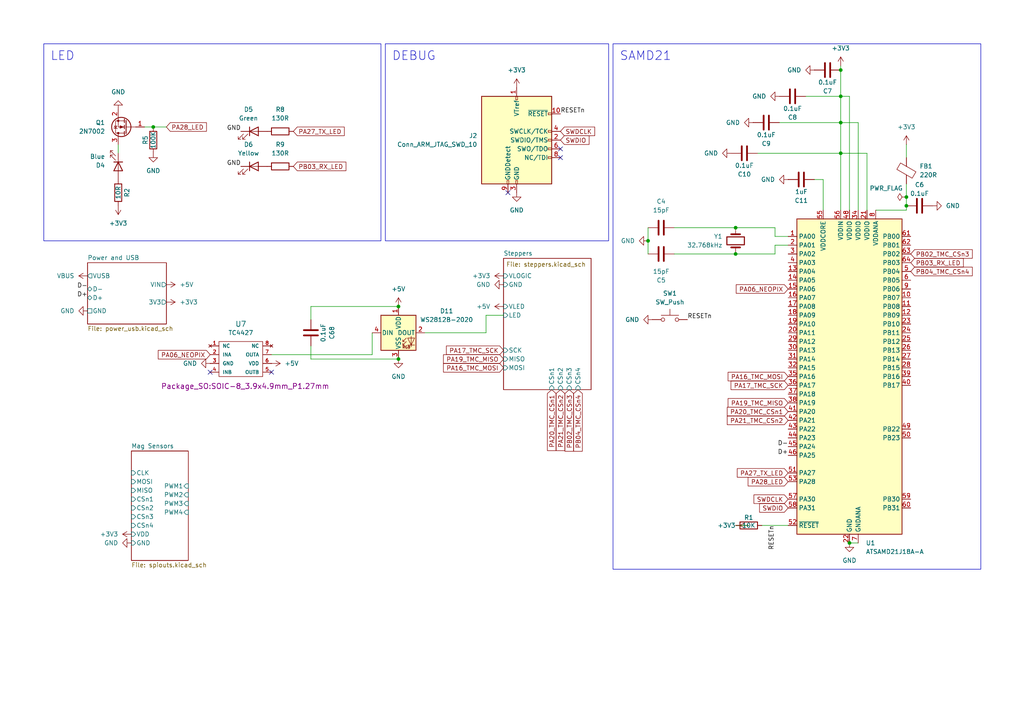
<source format=kicad_sch>
(kicad_sch (version 20231120) (generator "eeschema") (generator_version "8.0")
  (paper "A4")
  (lib_symbols
    (symbol "Connector:Conn_ARM_JTAG_SWD_10" (pin_names (offset 1.016))
      (property "Reference" "J" (at -2.54 16.51 0))
      (property "Value" "Conn_ARM_JTAG_SWD_10" (at -2.54 13.97 0))
      (symbol "Conn_ARM_JTAG_SWD_10_0_1"
        (rectangle (start -10.16 12.7) (end 10.16 -12.7) (stroke (width 0.254)) (fill (type background)))
        (rectangle (start -2.794 -12.7) (end -2.286 -11.684))
        (rectangle (start -0.254 -12.7) (end 0.254 -11.684))
        (rectangle (start -0.254 12.7) (end 0.254 11.684))
        (rectangle (start 9.144 2.286) (end 10.16 2.794))
        (rectangle (start 10.16 -2.794) (end 9.144 -2.286))
        (rectangle (start 10.16 -0.254) (end 9.144 0.254))
        (rectangle (start 10.16 7.874) (end 9.144 7.366))
      )
      (symbol "Conn_ARM_JTAG_SWD_10_1_1"
        (rectangle (start 9.144 -5.334) (end 10.16 -4.826))
        (pin power_in line (at 0 15.24 270) (length 2.54) (name "VTref") (number "1"))
        (pin open_collector line (at 12.7 7.62 180) (length 2.54) (name "~{RESET}") (number "10"))
        (pin bidirectional line (at 12.7 0 180) (length 2.54) (name "SWDIO/TMS") (number "2"))
        (pin power_in line (at 0 -15.24 90) (length 2.54) (name "GND") (number "3"))
        (pin output line (at 12.7 2.54 180) (length 2.54) (name "SWCLK/TCK") (number "4"))
        (pin passive line (at 0 -15.24 90) (length 2.54) hide (name "GND") (number "5"))
        (pin input line (at 12.7 -2.54 180) (length 2.54) (name "SWO/TDO") (number "6"))
        (pin no_connect line (at -10.16 0 0) (length 2.54) hide (name "KEY") (number "7"))
        (pin output line (at 12.7 -5.08 180) (length 2.54) (name "NC/TDI") (number "8"))
        (pin passive line (at -2.54 -15.24 90) (length 2.54) (name "GNDDetect") (number "9"))
      )
    )
    (symbol "Device:C" (pin_numbers hide) (pin_names (offset 0.254))
      (property "Reference" "C" (at 0.635 2.54 0))
      (property "Value" "C" (at 0.635 -2.54 0))
      (symbol "C_0_1"
        (polyline (pts (xy -2.032 -0.762) (xy 2.032 -0.762)) (stroke (width 0.508)))
        (polyline (pts (xy -2.032 0.762) (xy 2.032 0.762)) (stroke (width 0.508)))
      )
      (symbol "C_1_1"
        (pin passive line (at 0 3.81 270) (length 2.794) (name "~") (number "1"))
        (pin passive line (at 0 -3.81 90) (length 2.794) (name "~") (number "2"))
      )
    )
    (symbol "Device:Crystal" (pin_numbers hide) (pin_names (offset 1.016) hide)
      (property "Reference" "Y" (at 0 3.81 0))
      (property "Value" "Crystal" (at 0 -3.81 0))
      (symbol "Crystal_0_1"
        (rectangle (start -1.143 2.54) (end 1.143 -2.54) (stroke (width 0.3048)))
        (polyline (pts (xy -2.54 0) (xy -1.905 0)))
        (polyline (pts (xy -1.905 -1.27) (xy -1.905 1.27)) (stroke (width 0.508)))
        (polyline (pts (xy 1.905 -1.27) (xy 1.905 1.27)) (stroke (width 0.508)))
        (polyline (pts (xy 2.54 0) (xy 1.905 0)))
      )
      (symbol "Crystal_1_1"
        (pin passive line (at -3.81 0 0) (length 1.27) (name "1") (number "1"))
        (pin passive line (at 3.81 0 180) (length 1.27) (name "2") (number "2"))
      )
    )
    (symbol "Device:FerriteBead" (pin_numbers hide) (pin_names (offset 0))
      (property "Reference" "FB" (at -3.81 0.635 90))
      (property "Value" "FerriteBead" (at 3.81 0 90))
      (symbol "FerriteBead_0_1"
        (polyline (pts (xy 0 -1.27) (xy 0 -1.2192)))
        (polyline (pts (xy 0 1.27) (xy 0 1.2954)))
        (polyline (pts (xy -2.7686 0.4064) (xy -1.7018 2.2606) (xy 2.7686 -0.3048) (xy 1.6764 -2.159) (xy -2.7686 0.4064)))
      )
      (symbol "FerriteBead_1_1"
        (pin passive line (at 0 3.81 270) (length 2.54) (name "~") (number "1"))
        (pin passive line (at 0 -3.81 90) (length 2.54) (name "~") (number "2"))
      )
    )
    (symbol "Device:LED" (pin_numbers hide) (pin_names (offset 1.016) hide)
      (property "Reference" "D" (at 0 2.54 0))
      (property "Value" "LED" (at 0 -2.54 0))
      (symbol "LED_0_1"
        (polyline (pts (xy -1.27 -1.27) (xy -1.27 1.27)) (stroke (width 0.254)))
        (polyline (pts (xy -1.27 0) (xy 1.27 0)))
        (polyline (pts (xy 1.27 -1.27) (xy 1.27 1.27) (xy -1.27 0) (xy 1.27 -1.27)) (stroke (width 0.254)))
        (polyline (pts (xy -3.048 -0.762) (xy -4.572 -2.286) (xy -3.81 -2.286) (xy -4.572 -2.286) (xy -4.572 -1.524)))
        (polyline (pts (xy -1.778 -0.762) (xy -3.302 -2.286) (xy -2.54 -2.286) (xy -3.302 -2.286) (xy -3.302 -1.524)))
      )
      (symbol "LED_1_1"
        (pin passive line (at -3.81 0 0) (length 2.54) (name "K") (number "1"))
        (pin passive line (at 3.81 0 180) (length 2.54) (name "A") (number "2"))
      )
    )
    (symbol "Device:R" (pin_numbers hide) (pin_names (offset 0))
      (property "Reference" "R" (at 2.032 0 90))
      (property "Value" "R" (at 0 0 90))
      (symbol "R_0_1"
        (rectangle (start -1.016 -2.54) (end 1.016 2.54) (stroke (width 0.254)))
      )
      (symbol "R_1_1"
        (pin passive line (at 0 3.81 270) (length 1.27) (name "~") (number "1"))
        (pin passive line (at 0 -3.81 90) (length 1.27) (name "~") (number "2"))
      )
    )
    (symbol "Driver_FET2:TC4427" (pin_names (offset 1.016))
      (property "Reference" "U" (at 0 6.35 0))
      (property "Value" "TC4427" (at 0 -6.35 0))
      (symbol "TC4427_0_1"
        (rectangle (start -6.35 5.08) (end 6.35 -5.08))
      )
      (symbol "TC4427_1_1"
        (pin no_connect line (at -8.89 3.81 0) (length 2.54) (name "NC") (number "1"))
        (pin input line (at -8.89 1.27 0) (length 2.54) (name "INA") (number "2"))
        (pin power_in line (at -8.89 -1.27 0) (length 2.54) (name "GND") (number "3"))
        (pin input line (at -8.89 -3.81 0) (length 2.54) (name "INB") (number "4"))
        (pin output line (at 8.89 -3.81 180) (length 2.54) (name "OUTB") (number "5"))
        (pin power_in line (at 8.89 -1.27 180) (length 2.54) (name "VDD") (number "6"))
        (pin output line (at 8.89 1.27 180) (length 2.54) (name "OUTA") (number "7"))
        (pin no_connect line (at 8.89 3.81 180) (length 2.54) (name "NC") (number "8"))
      )
    )
    (symbol "LED:WS2812B" (pin_names (offset 0.254))
      (property "Reference" "D" (at 5.08 5.715 0))
      (property "Value" "WS2812B" (at 1.27 -5.715 0))
      (symbol "WS2812B_0_0"
        (text "RGB" (at 2.286 -4.191 0) (effects (font (size 0.762 0.762))))
      )
      (symbol "WS2812B_0_1"
        (polyline (pts (xy 1.27 -3.556) (xy 1.778 -3.556)))
        (polyline (pts (xy 1.27 -2.54) (xy 1.778 -2.54)))
        (polyline (pts (xy 4.699 -3.556) (xy 2.667 -3.556)))
        (polyline (pts (xy 2.286 -2.54) (xy 1.27 -3.556) (xy 1.27 -3.048)))
        (polyline (pts (xy 2.286 -1.524) (xy 1.27 -2.54) (xy 1.27 -2.032)))
        (polyline (pts (xy 3.683 -1.016) (xy 3.683 -3.556) (xy 3.683 -4.064)))
        (polyline (pts (xy 4.699 -1.524) (xy 2.667 -1.524) (xy 3.683 -3.556) (xy 4.699 -1.524)))
        (rectangle (start 5.08 5.08) (end -5.08 -5.08) (stroke (width 0.254)) (fill (type background)))
      )
      (symbol "WS2812B_1_1"
        (pin power_in line (at 0 7.62 270) (length 2.54) (name "VDD") (number "1"))
        (pin output line (at 7.62 0 180) (length 2.54) (name "DOUT") (number "2"))
        (pin power_in line (at 0 -7.62 90) (length 2.54) (name "VSS") (number "3"))
        (pin input line (at -7.62 0 0) (length 2.54) (name "DIN") (number "4"))
      )
    )
    (symbol "MCU_Microchip_SAMD:ATSAMD21J18A-A"
      (property "Reference" "U" (at -13.97 46.99 0))
      (property "Value" "ATSAMD21J18A-A" (at 16.51 46.99 0))
      (symbol "ATSAMD21J18A-A_0_1"
        (rectangle (start -15.24 45.72) (end 15.24 -45.72) (stroke (width 0.254)) (fill (type background)))
      )
      (symbol "ATSAMD21J18A-A_1_1"
        (pin bidirectional line (at -17.78 40.64 0) (length 2.54) (name "PA00") (number "1"))
        (pin bidirectional line (at 17.78 22.86 180) (length 2.54) (name "PB07") (number "10"))
        (pin bidirectional line (at 17.78 20.32 180) (length 2.54) (name "PB08") (number "11"))
        (pin bidirectional line (at 17.78 17.78 180) (length 2.54) (name "PB09") (number "12"))
        (pin bidirectional line (at -17.78 30.48 0) (length 2.54) (name "PA04") (number "13"))
        (pin bidirectional line (at -17.78 27.94 0) (length 2.54) (name "PA05") (number "14"))
        (pin bidirectional line (at -17.78 25.4 0) (length 2.54) (name "PA06") (number "15"))
        (pin bidirectional line (at -17.78 22.86 0) (length 2.54) (name "PA07") (number "16"))
        (pin bidirectional line (at -17.78 20.32 0) (length 2.54) (name "PA08") (number "17"))
        (pin bidirectional line (at -17.78 17.78 0) (length 2.54) (name "PA09") (number "18"))
        (pin bidirectional line (at -17.78 15.24 0) (length 2.54) (name "PA10") (number "19"))
        (pin bidirectional line (at -17.78 38.1 0) (length 2.54) (name "PA01") (number "2"))
        (pin bidirectional line (at -17.78 12.7 0) (length 2.54) (name "PA11") (number "20"))
        (pin power_in line (at 5.08 48.26 270) (length 2.54) (name "VDDIO") (number "21"))
        (pin power_in line (at 0 -48.26 90) (length 2.54) (name "GND") (number "22"))
        (pin bidirectional line (at 17.78 15.24 180) (length 2.54) (name "PB10") (number "23"))
        (pin bidirectional line (at 17.78 12.7 180) (length 2.54) (name "PB11") (number "24"))
        (pin bidirectional line (at 17.78 10.16 180) (length 2.54) (name "PB12") (number "25"))
        (pin bidirectional line (at 17.78 7.62 180) (length 2.54) (name "PB13") (number "26"))
        (pin bidirectional line (at 17.78 5.08 180) (length 2.54) (name "PB14") (number "27"))
        (pin bidirectional line (at 17.78 2.54 180) (length 2.54) (name "PB15") (number "28"))
        (pin bidirectional line (at -17.78 10.16 0) (length 2.54) (name "PA12") (number "29"))
        (pin bidirectional line (at -17.78 35.56 0) (length 2.54) (name "PA02") (number "3"))
        (pin bidirectional line (at -17.78 7.62 0) (length 2.54) (name "PA13") (number "30"))
        (pin bidirectional line (at -17.78 5.08 0) (length 2.54) (name "PA14") (number "31"))
        (pin bidirectional line (at -17.78 2.54 0) (length 2.54) (name "PA15") (number "32"))
        (pin passive line (at 0 -48.26 90) (length 2.54) hide (name "GND") (number "33"))
        (pin power_in line (at 2.54 48.26 270) (length 2.54) (name "VDDIO") (number "34"))
        (pin bidirectional line (at -17.78 0 0) (length 2.54) (name "PA16") (number "35"))
        (pin bidirectional line (at -17.78 -2.54 0) (length 2.54) (name "PA17") (number "36"))
        (pin bidirectional line (at -17.78 -5.08 0) (length 2.54) (name "PA18") (number "37"))
        (pin bidirectional line (at -17.78 -7.62 0) (length 2.54) (name "PA19") (number "38"))
        (pin bidirectional line (at 17.78 0 180) (length 2.54) (name "PB16") (number "39"))
        (pin bidirectional line (at -17.78 33.02 0) (length 2.54) (name "PA03") (number "4"))
        (pin bidirectional line (at 17.78 -2.54 180) (length 2.54) (name "PB17") (number "40"))
        (pin bidirectional line (at -17.78 -10.16 0) (length 2.54) (name "PA20") (number "41"))
        (pin bidirectional line (at -17.78 -12.7 0) (length 2.54) (name "PA21") (number "42"))
        (pin bidirectional line (at -17.78 -15.24 0) (length 2.54) (name "PA22") (number "43"))
        (pin bidirectional line (at -17.78 -17.78 0) (length 2.54) (name "PA23") (number "44"))
        (pin bidirectional line (at -17.78 -20.32 0) (length 2.54) (name "PA24") (number "45"))
        (pin bidirectional line (at -17.78 -22.86 0) (length 2.54) (name "PA25") (number "46"))
        (pin passive line (at 0 -48.26 90) (length 2.54) hide (name "GND") (number "47"))
        (pin power_in line (at 0 48.26 270) (length 2.54) (name "VDDIO") (number "48"))
        (pin bidirectional line (at 17.78 -15.24 180) (length 2.54) (name "PB22") (number "49"))
        (pin bidirectional line (at 17.78 30.48 180) (length 2.54) (name "PB04") (number "5"))
        (pin bidirectional line (at 17.78 -17.78 180) (length 2.54) (name "PB23") (number "50"))
        (pin bidirectional line (at -17.78 -27.94 0) (length 2.54) (name "PA27") (number "51"))
        (pin input line (at -17.78 -43.18 0) (length 2.54) (name "~{RESET}") (number "52"))
        (pin bidirectional line (at -17.78 -30.48 0) (length 2.54) (name "PA28") (number "53"))
        (pin passive line (at 0 -48.26 90) (length 2.54) hide (name "GND") (number "54"))
        (pin power_out line (at -7.62 48.26 270) (length 2.54) (name "VDDCORE") (number "55"))
        (pin power_in line (at -2.54 48.26 270) (length 2.54) (name "VDDIN") (number "56"))
        (pin bidirectional line (at -17.78 -35.56 0) (length 2.54) (name "PA30") (number "57"))
        (pin bidirectional line (at -17.78 -38.1 0) (length 2.54) (name "PA31") (number "58"))
        (pin bidirectional line (at 17.78 -35.56 180) (length 2.54) (name "PB30") (number "59"))
        (pin bidirectional line (at 17.78 27.94 180) (length 2.54) (name "PB05") (number "6"))
        (pin bidirectional line (at 17.78 -38.1 180) (length 2.54) (name "PB31") (number "60"))
        (pin bidirectional line (at 17.78 40.64 180) (length 2.54) (name "PB00") (number "61"))
        (pin bidirectional line (at 17.78 38.1 180) (length 2.54) (name "PB01") (number "62"))
        (pin bidirectional line (at 17.78 35.56 180) (length 2.54) (name "PB02") (number "63"))
        (pin bidirectional line (at 17.78 33.02 180) (length 2.54) (name "PB03") (number "64"))
        (pin power_in line (at 2.54 -48.26 90) (length 2.54) (name "GNDANA") (number "7"))
        (pin power_in line (at 7.62 48.26 270) (length 2.54) (name "VDDANA") (number "8"))
        (pin bidirectional line (at 17.78 25.4 180) (length 2.54) (name "PB06") (number "9"))
      )
    )
    (symbol "Switch:SW_Push" (pin_numbers hide) (pin_names (offset 1.016) hide)
      (property "Reference" "SW" (at 1.27 2.54 0))
      (property "Value" "SW_Push" (at 0 -1.524 0))
      (symbol "SW_Push_0_1"
        (circle (center -2.032 0) (radius 0.508))
        (polyline (pts (xy 0 1.27) (xy 0 3.048)))
        (polyline (pts (xy 2.54 1.27) (xy -2.54 1.27)))
        (circle (center 2.032 0) (radius 0.508))
        (pin passive line (at -5.08 0 0) (length 2.54) (name "1") (number "1"))
        (pin passive line (at 5.08 0 180) (length 2.54) (name "2") (number "2"))
      )
    )
    (symbol "Transistor_FET:2N7002" (pin_names hide)
      (property "Reference" "Q" (at 5.08 1.905 0))
      (property "Value" "2N7002" (at 5.08 0 0))
      (symbol "2N7002_0_1"
        (polyline (pts (xy 0.254 0) (xy -2.54 0)))
        (polyline (pts (xy 0.254 1.905) (xy 0.254 -1.905)) (stroke (width 0.254)))
        (polyline (pts (xy 0.762 -1.27) (xy 0.762 -2.286)) (stroke (width 0.254)))
        (polyline (pts (xy 0.762 0.508) (xy 0.762 -0.508)) (stroke (width 0.254)))
        (polyline (pts (xy 0.762 2.286) (xy 0.762 1.27)) (stroke (width 0.254)))
        (polyline (pts (xy 2.54 2.54) (xy 2.54 1.778)))
        (polyline (pts (xy 2.54 -2.54) (xy 2.54 0) (xy 0.762 0)))
        (polyline (pts (xy 0.762 -1.778) (xy 3.302 -1.778) (xy 3.302 1.778) (xy 0.762 1.778)))
        (polyline (pts (xy 1.016 0) (xy 2.032 0.381) (xy 2.032 -0.381) (xy 1.016 0)) (fill (type outline)))
        (polyline (pts (xy 2.794 0.508) (xy 2.921 0.381) (xy 3.683 0.381) (xy 3.81 0.254)))
        (polyline (pts (xy 3.302 0.381) (xy 2.921 -0.254) (xy 3.683 -0.254) (xy 3.302 0.381)))
        (circle (center 1.651 0) (radius 2.794) (stroke (width 0.254)))
        (circle (center 2.54 -1.778) (radius 0.254) (fill (type outline)))
        (circle (center 2.54 1.778) (radius 0.254) (fill (type outline)))
      )
      (symbol "2N7002_1_1"
        (pin input line (at -5.08 0 0) (length 2.54) (name "G") (number "1"))
        (pin passive line (at 2.54 -5.08 90) (length 2.54) (name "S") (number "2"))
        (pin passive line (at 2.54 5.08 270) (length 2.54) (name "D") (number "3"))
      )
    )
    (symbol "power:+3V3" (power) (pin_numbers hide) (pin_names (offset 0) hide)
      (property "Value" "+3V3" (at 0 3.556 0))
      (symbol "+3V3_0_1"
        (polyline (pts (xy -0.762 1.27) (xy 0 2.54)))
        (polyline (pts (xy 0 0) (xy 0 2.54)))
        (polyline (pts (xy 0 2.54) (xy 0.762 1.27)))
      )
      (symbol "+3V3_1_1"
        (pin power_in line (at 0 0 90) (length 0) (name "~") (number "1"))
      )
    )
    (symbol "power:+5V" (power) (pin_numbers hide) (pin_names (offset 0) hide)
      (property "Value" "+5V" (at 0 3.556 0))
      (symbol "+5V_0_1"
        (polyline (pts (xy -0.762 1.27) (xy 0 2.54)))
        (polyline (pts (xy 0 0) (xy 0 2.54)))
        (polyline (pts (xy 0 2.54) (xy 0.762 1.27)))
      )
      (symbol "+5V_1_1"
        (pin power_in line (at 0 0 90) (length 0) (name "~") (number "1"))
      )
    )
    (symbol "power:GND" (power) (pin_numbers hide) (pin_names (offset 0) hide)
      (property "Value" "GND" (at 0 -3.81 0))
      (symbol "GND_0_1"
        (polyline (pts (xy 0 0) (xy 0 -1.27) (xy 1.27 -1.27) (xy 0 -2.54) (xy -1.27 -1.27) (xy 0 -1.27)))
      )
      (symbol "GND_1_1"
        (pin power_in line (at 0 0 270) (length 0) (name "~") (number "1"))
      )
    )
    (symbol "power:PWR_FLAG" (power) (pin_numbers hide) (pin_names (offset 0) hide)
      (property "Value" "PWR_FLAG" (at 0 3.81 0))
      (symbol "PWR_FLAG_0_0"
        (pin power_out line (at 0 0 90) (length 0) (name "~") (number "1"))
      )
      (symbol "PWR_FLAG_0_1"
        (polyline (pts (xy 0 0) (xy 0 1.27) (xy -1.016 1.905) (xy 0 2.54) (xy 1.016 1.905) (xy 0 1.27)))
      )
    )
    (symbol "power:VBUS" (power) (pin_numbers hide) (pin_names (offset 0) hide)
      (property "Value" "VBUS" (at 0 3.556 0))
      (symbol "VBUS_0_1"
        (polyline (pts (xy -0.762 1.27) (xy 0 2.54)))
        (polyline (pts (xy 0 0) (xy 0 2.54)))
        (polyline (pts (xy 0 2.54) (xy 0.762 1.27)))
      )
      (symbol "VBUS_1_1"
        (pin power_in line (at 0 0 90) (length 0) (name "~") (number "1"))
      )
    )
  )
  (junction (at 213.36 73.66))
  (junction (at 262.89 57.15))
  (junction (at 246.38 157.48))
  (junction (at 243.84 35.56))
  (junction (at 213.36 66.04))
  (junction (at 243.84 44.45))
  (junction (at 44.45 36.83))
  (junction (at 115.57 88.9))
  (junction (at 262.89 59.69))
  (junction (at 243.84 27.94))
  (junction (at 243.84 20.32))
  (junction (at 115.57 104.14))
  (junction (at 187.96 69.85))
  (no_connect (at 147.32 55.88))
  (no_connect (at 60.96 107.95))
  (no_connect (at 162.56 45.72))
  (no_connect (at 162.56 43.18))
  (no_connect (at 78.74 107.95))
  (wire (pts (xy 187.96 66.04) (xy 187.96 69.85)))
  (wire (pts (xy 224.79 71.12) (xy 224.79 73.66)))
  (wire (pts (xy 238.76 52.07) (xy 238.76 60.96)))
  (wire (pts (xy 44.45 36.83) (xy 41.91 36.83)))
  (wire (pts (xy 195.58 73.66) (xy 213.36 73.66)))
  (wire (pts (xy 233.68 27.94) (xy 243.84 27.94)))
  (wire (pts (xy 213.36 152.4) (xy 217.17 152.4)))
  (wire (pts (xy 107.95 102.87) (xy 107.95 96.52)))
  (wire (pts (xy 140.97 91.44) (xy 146.05 91.44)))
  (wire (pts (xy 243.84 44.45) (xy 251.46 44.45)))
  (wire (pts (xy 251.46 60.96) (xy 251.46 44.45)))
  (wire (pts (xy 262.89 53.34) (xy 262.89 57.15)))
  (wire (pts (xy 48.26 36.83) (xy 44.45 36.83)))
  (wire (pts (xy 243.84 44.45) (xy 243.84 60.96)))
  (wire (pts (xy 262.89 45.72) (xy 262.89 41.91)))
  (wire (pts (xy 262.89 57.15) (xy 262.89 59.69)))
  (wire (pts (xy 243.84 19.05) (xy 243.84 20.32)))
  (wire (pts (xy 78.74 102.87) (xy 107.95 102.87)))
  (wire (pts (xy 123.19 96.52) (xy 140.97 96.52)))
  (wire (pts (xy 243.84 27.94) (xy 246.38 27.94)))
  (wire (pts (xy 224.79 66.04) (xy 224.79 68.58)))
  (wire (pts (xy 140.97 96.52) (xy 140.97 91.44)))
  (wire (pts (xy 248.92 60.96) (xy 248.92 35.56)))
  (wire (pts (xy 262.89 59.69) (xy 262.89 60.96)))
  (wire (pts (xy 90.17 88.9) (xy 115.57 88.9)))
  (wire (pts (xy 187.96 69.85) (xy 187.96 73.66)))
  (wire (pts (xy 213.36 73.66) (xy 224.79 73.66)))
  (wire (pts (xy 90.17 104.14) (xy 115.57 104.14)))
  (wire (pts (xy 90.17 92.71) (xy 90.17 88.9)))
  (wire (pts (xy 220.98 152.4) (xy 228.6 152.4)))
  (wire (pts (xy 236.22 52.07) (xy 238.76 52.07)))
  (wire (pts (xy 248.92 35.56) (xy 243.84 35.56)))
  (wire (pts (xy 90.17 100.33) (xy 90.17 104.14)))
  (wire (pts (xy 246.38 27.94) (xy 246.38 60.96)))
  (wire (pts (xy 262.89 60.96) (xy 254 60.96)))
  (wire (pts (xy 226.06 35.56) (xy 243.84 35.56)))
  (wire (pts (xy 34.29 44.45) (xy 34.29 41.91)))
  (wire (pts (xy 243.84 20.32) (xy 243.84 27.94)))
  (wire (pts (xy 213.36 66.04) (xy 224.79 66.04)))
  (wire (pts (xy 224.79 71.12) (xy 228.6 71.12)))
  (wire (pts (xy 219.71 44.45) (xy 243.84 44.45)))
  (wire (pts (xy 246.38 157.48) (xy 248.92 157.48)))
  (wire (pts (xy 224.79 68.58) (xy 228.6 68.58)))
  (wire (pts (xy 243.84 35.56) (xy 243.84 44.45)))
  (wire (pts (xy 243.84 27.94) (xy 243.84 35.56)))
  (wire (pts (xy 195.58 66.04) (xy 213.36 66.04)))
  (text_box "DEBUG" (at 111.76 12.7 0) (size 64.77 57.15) (effects (font (size 2.54 2.54)) (justify left top)))
  (text_box "SAMD21" (at 177.8 12.7 0) (size 106.68 152.4) (effects (font (size 2.54 2.54)) (justify left top)))
  (text_box "LED" (at 12.7 12.7 0) (size 97.79 57.15) (effects (font (size 2.54 2.54)) (justify left top)))
  (label "RESETn" (at 224.79 152.4 270))
  (label "GND" (at 69.85 48.26 180))
  (label "GND" (at 69.85 38.1 180))
  (label "D+" (at 25.4 86.36 180))
  (label "RESETn" (at 199.39 92.71 0))
  (label "D-" (at 228.6 129.54 180))
  (label "RESETn" (at 162.56 33.02 0))
  (label "D-" (at 25.4 83.82 180))
  (label "D+" (at 228.6 132.08 180))
  (global_label "PA16_TMC_MOSI" (shape input) (at 146.05 106.68 180) (property "Intersheetrefs" "${INTERSHEET_REFS}" (effects (hide yes))))
  (global_label "PA19_TMC_MISO" (shape input) (at 228.6 116.84 180) (property "Intersheetrefs" "${INTERSHEET_REFS}" (effects (hide yes))))
  (global_label "PA20_TMC_CSn1" (shape input) (at 160.02 113.03 270) (property "Intersheetrefs" "${INTERSHEET_REFS}" (effects (hide yes))))
  (global_label "PA28_LED" (shape input) (at 228.6 139.7 180) (property "Intersheetrefs" "${INTERSHEET_REFS}" (effects (hide yes))))
  (global_label "PA06_NEOPIX" (shape input) (at 60.96 102.87 180) (property "Intersheetrefs" "${INTERSHEET_REFS}" (effects (hide yes))))
  (global_label "PB04_TMC_CSn4" (shape input) (at 264.16 78.74 0) (property "Intersheetrefs" "${INTERSHEET_REFS}" (effects (hide yes))))
  (global_label "SWDCLK" (shape input) (at 162.56 38.1 0) (property "Intersheetrefs" "${INTERSHEET_REFS}" (effects (hide yes))))
  (global_label "PA21_TMC_CSn2" (shape input) (at 228.6 121.92 180) (property "Intersheetrefs" "${INTERSHEET_REFS}" (effects (hide yes))))
  (global_label "PA06_NEOPIX" (shape input) (at 228.6 83.82 180) (property "Intersheetrefs" "${INTERSHEET_REFS}" (effects (hide yes))))
  (global_label "PB02_TMC_CSn3" (shape input) (at 264.16 73.66 0) (property "Intersheetrefs" "${INTERSHEET_REFS}" (effects (hide yes))))
  (global_label "PA27_TX_LED" (shape input) (at 85.09 38.1 0) (property "Intersheetrefs" "${INTERSHEET_REFS}" (effects (hide yes))))
  (global_label "PB03_RX_LED" (shape input) (at 264.16 76.2 0) (property "Intersheetrefs" "${INTERSHEET_REFS}" (effects (hide yes))))
  (global_label "PA19_TMC_MISO" (shape input) (at 146.05 104.14 180) (property "Intersheetrefs" "${INTERSHEET_REFS}" (effects (hide yes))))
  (global_label "SWDIO" (shape input) (at 228.6 147.32 180) (property "Intersheetrefs" "${INTERSHEET_REFS}" (effects (hide yes))))
  (global_label "SWDIO" (shape input) (at 162.56 40.64 0) (property "Intersheetrefs" "${INTERSHEET_REFS}" (effects (hide yes))))
  (global_label "PA21_TMC_CSn2" (shape input) (at 162.56 113.03 270) (property "Intersheetrefs" "${INTERSHEET_REFS}" (effects (hide yes))))
  (global_label "PA28_LED" (shape input) (at 48.26 36.83 0) (property "Intersheetrefs" "${INTERSHEET_REFS}" (effects (hide yes))))
  (global_label "PB02_TMC_CSn3" (shape input) (at 165.1 113.03 270) (property "Intersheetrefs" "${INTERSHEET_REFS}" (effects (hide yes))))
  (global_label "PA16_TMC_MOSI" (shape input) (at 228.6 109.22 180) (property "Intersheetrefs" "${INTERSHEET_REFS}" (effects (hide yes))))
  (global_label "SWDCLK" (shape input) (at 228.6 144.78 180) (property "Intersheetrefs" "${INTERSHEET_REFS}" (effects (hide yes))))
  (global_label "PA17_TMC_SCK" (shape input) (at 228.6 111.76 180) (property "Intersheetrefs" "${INTERSHEET_REFS}" (effects (hide yes))))
  (global_label "PB03_RX_LED" (shape input) (at 85.09 48.26 0) (property "Intersheetrefs" "${INTERSHEET_REFS}" (effects (hide yes))))
  (global_label "PA20_TMC_CSn1" (shape input) (at 228.6 119.38 180) (property "Intersheetrefs" "${INTERSHEET_REFS}" (effects (hide yes))))
  (global_label "PA17_TMC_SCK" (shape input) (at 146.05 101.6 180) (property "Intersheetrefs" "${INTERSHEET_REFS}" (effects (hide yes))))
  (global_label "PB04_TMC_CSn4" (shape input) (at 167.64 113.03 270) (property "Intersheetrefs" "${INTERSHEET_REFS}" (effects (hide yes))))
  (global_label "PA27_TX_LED" (shape input) (at 228.6 137.16 180) (property "Intersheetrefs" "${INTERSHEET_REFS}" (effects (hide yes))))
  (symbol (lib_id "power:+3V3") (at 243.84 19.05 0) (unit 1)
    (property "Reference" "#PWR010" (effects (hide yes)))
    (property "Value" "+3V3" (at 243.84 13.97 0))
    (property "Description" "Power symbol creates a global label with name \"+3V3\"" (effects (hide yes)))
  )
  (symbol (lib_id "Connector:Conn_ARM_JTAG_SWD_10") (at 149.86 40.64 0) (unit 1)
    (property "Reference" "J2" (at 138.43 39.3699 0) (effects (justify right)))
    (property "Value" "Conn_ARM_JTAG_SWD_10" (at 138.43 41.9099 0) (effects (justify right)))
    (property "Footprint" "Connector_PinHeader_1.27mm:PinHeader_2x05_P1.27mm_Vertical_SMD" (effects (hide yes)))
    (property "Datasheet" "http://infocenter.arm.com/help/topic/com.arm.doc.ddi0314h/DDI0314H_coresight_components_trm.pdf" (effects (hide yes)))
    (property "Description" "Cortex Debug Connector, standard ARM Cortex-M SWD and JTAG interface" (effects (hide yes)))
    (property "Part" "3220-10-0300-00" (effects (hide yes)))
  )
  (symbol (lib_id "Device:Crystal") (at 213.36 69.85 90) (mirror x) (unit 1)
    (property "Reference" "Y1" (at 209.55 68.5799 90) (effects (justify left)))
    (property "Value" "32.768kHz" (at 209.55 71.1199 90) (effects (justify left)))
    (property "Footprint" "Crystal:Crystal_SMD_3215-2Pin_3.2x1.5mm" (effects (hide yes)))
    (property "Datasheet" "https://www.sii.co.jp/en/quartz/files/2013/03/SC-32S_Leaflet_e20151217.pdf" (effects (hide yes)))
    (property "Description" "Two pin crystal" (effects (hide yes)))
    (property "Part" "SC32S-7PF20PPM" (effects (hide yes)))
  )
  (symbol (lib_id "power:GND") (at 34.29 31.75 180) (unit 1)
    (property "Reference" "#PWR020" (effects (hide yes)))
    (property "Value" "GND" (at 34.29 26.67 0))
    (property "Description" "Power symbol creates a global label with name \"GND\" , ground" (effects (hide yes)))
  )
  (symbol (lib_id "power:+3V3") (at 217.17 152.4 90) (unit 1)
    (property "Reference" "#PWR016" (effects (hide yes)))
    (property "Value" "+3V3" (at 213.36 152.3999 90) (effects (justify left)))
    (property "Description" "Power symbol creates a global label with name \"+3V3\"" (effects (hide yes)))
  )
  (symbol (lib_id "power:GND") (at 270.51 59.69 90) (unit 1)
    (property "Reference" "#PWR08" (effects (hide yes)))
    (property "Value" "GND" (at 274.32 59.6899 90) (effects (justify right)))
    (property "Description" "Power symbol creates a global label with name \"GND\" , ground" (effects (hide yes)))
  )
  (symbol (lib_id "MCU_Microchip_SAMD:ATSAMD21J18A-A") (at 246.38 109.22 0) (unit 1)
    (property "Reference" "U1" (at 251.1141 157.48 0) (effects (justify left)))
    (property "Value" "ATSAMD21J18A-A" (at 251.1141 160.02 0) (effects (justify left)))
    (property "Footprint" "Package_QFP:TQFP-64_10x10mm_P0.5mm" (effects (hide yes)))
    (property "Datasheet" "http://ww1.microchip.com/downloads/en/DeviceDoc/SAM_D21_DA1_Family_Data%20Sheet_DS40001882E.pdf" (effects (hide yes)))
    (property "Description" "SAM D21 Microchip SMART ARM-based Flash MCU, 48Mhz, 256K Flash, 32K SRAM, TQFP-64" (effects (hide yes)))
    (property "Part" "ATSAMD21J18A-AF" (effects (hide yes)))
  )
  (symbol (lib_id "power:+3V3") (at 48.26 87.63 270) (unit 1)
    (property "Reference" "#PWR01" (effects (hide yes)))
    (property "Value" "+3V3" (at 52.07 87.6299 90) (effects (justify left)))
    (property "Description" "Power symbol creates a global label with name \"+3V3\"" (effects (hide yes)))
  )
  (symbol (lib_id "power:+3V3") (at 38.1 154.94 90) (unit 1)
    (property "Reference" "#PWR023" (effects (hide yes)))
    (property "Value" "+3V3" (at 34.29 154.9399 90) (effects (justify left)))
    (property "Description" "Power symbol creates a global label with name \"+3V3\"" (effects (hide yes)))
  )
  (symbol (lib_id "Device:LED") (at 34.29 48.26 270) (unit 1)
    (property "Reference" "D4" (at 30.48 47.9426 90) (effects (justify right)))
    (property "Value" "Blue" (at 30.48 45.4026 90) (effects (justify right)))
    (property "Footprint" "LED_SMD:LED_0603_1608Metric" (effects (hide yes)))
    (property "Description" "Light emitting diode" (effects (hide yes)))
    (property "Part" "150060BS75000" (effects (hide yes)))
  )
  (symbol (lib_id "Device:C") (at 90.17 96.52 0) (unit 1)
    (property "Reference" "C68" (at 96.266 96.52 90))
    (property "Value" "0.1uF" (at 93.726 96.52 90))
    (property "Footprint" "Capacitor_SMD:C_0402_1005Metric" (effects (hide yes)))
    (property "Description" "Unpolarized capacitor" (effects (hide yes)))
    (property "Part" "CL05B104KP5NNNC" (effects (hide yes)))
  )
  (symbol (lib_id "power:GND") (at 44.45 44.45 0) (unit 1)
    (property "Reference" "#PWR021" (effects (hide yes)))
    (property "Value" "GND" (at 44.45 49.53 0))
    (property "Description" "Power symbol creates a global label with name \"GND\" , ground" (effects (hide yes)))
  )
  (symbol (lib_id "power:GND") (at 187.96 69.85 270) (unit 1)
    (property "Reference" "#PWR05" (effects (hide yes)))
    (property "Value" "GND" (at 184.15 69.8499 90) (effects (justify right)))
    (property "Description" "Power symbol creates a global label with name \"GND\" , ground" (effects (hide yes)))
  )
  (symbol (lib_id "power:GND") (at 228.6 52.07 270) (unit 1)
    (property "Reference" "#PWR015" (effects (hide yes)))
    (property "Value" "GND" (at 224.79 52.0701 90) (effects (justify right)))
    (property "Description" "Power symbol creates a global label with name \"GND\" , ground" (effects (hide yes)))
  )
  (symbol (lib_id "Device:C") (at 266.7 59.69 90) (unit 1)
    (property "Reference" "C6" (at 266.7 53.594 90))
    (property "Value" "0.1uF" (at 266.7 56.134 90))
    (property "Footprint" "Capacitor_SMD:C_0402_1005Metric" (effects (hide yes)))
    (property "Description" "Unpolarized capacitor" (effects (hide yes)))
    (property "Part" "CL05B104KP5NNNC" (effects (hide yes)))
  )
  (symbol (lib_id "power:GND") (at 189.23 92.71 270) (unit 1)
    (property "Reference" "#PWR017" (effects (hide yes)))
    (property "Value" "GND" (at 185.42 92.7099 90) (effects (justify right)))
    (property "Description" "Power symbol creates a global label with name \"GND\" , ground" (effects (hide yes)))
  )
  (symbol (lib_id "Device:C") (at 215.9 44.45 270) (unit 1)
    (property "Reference" "C10" (at 215.9 50.546 90))
    (property "Value" "0.1uF" (at 215.9 48.006 90))
    (property "Footprint" "Capacitor_SMD:C_0402_1005Metric" (effects (hide yes)))
    (property "Description" "Unpolarized capacitor" (effects (hide yes)))
    (property "Part" "CL05B104KP5NNNC" (effects (hide yes)))
  )
  (symbol (lib_id "power:GND") (at 236.22 20.32 270) (unit 1)
    (property "Reference" "#PWR09" (effects (hide yes)))
    (property "Value" "GND" (at 232.41 20.3201 90) (effects (justify right)))
    (property "Description" "Power symbol creates a global label with name \"GND\" , ground" (effects (hide yes)))
  )
  (symbol (lib_id "power:VBUS") (at 25.4 80.01 90) (unit 1)
    (property "Reference" "#PWR02" (effects (hide yes)))
    (property "Value" "VBUS" (at 21.59 80.0099 90) (effects (justify left)))
    (property "Description" "Power symbol creates a global label with name \"VBUS\"" (effects (hide yes)))
  )
  (symbol (lib_id "power:+3V3") (at 262.89 41.91 0) (unit 1)
    (property "Reference" "#PWR07" (effects (hide yes)))
    (property "Value" "+3V3" (at 262.89 36.83 0))
    (property "Description" "Power symbol creates a global label with name \"+3V3\"" (effects (hide yes)))
  )
  (symbol (lib_id "power:+3V3") (at 34.29 59.69 180) (unit 1)
    (property "Reference" "#PWR014" (effects (hide yes)))
    (property "Value" "+3V3" (at 34.29 64.77 0))
    (property "Description" "Power symbol creates a global label with name \"+3V3\"" (effects (hide yes)))
  )
  (symbol (lib_id "Device:R") (at 217.17 152.4 90) (unit 1)
    (property "Reference" "R1" (at 217.17 150.114 90))
    (property "Value" "10K" (at 217.17 152.4 90))
    (property "Footprint" "Resistor_SMD:R_0402_1005Metric" (effects (hide yes)))
    (property "Description" "Resistor" (effects (hide yes)))
    (property "Part" "RC0402FR-0710KL" (effects (hide yes)))
  )
  (symbol (lib_id "Device:C") (at 232.41 52.07 270) (unit 1)
    (property "Reference" "C11" (at 232.41 58.166 90))
    (property "Value" "1uF" (at 232.41 55.626 90))
    (property "Footprint" "Capacitor_SMD:C_0402_1005Metric" (effects (hide yes)))
    (property "Description" "Unpolarized capacitor" (effects (hide yes)))
    (property "Part" "CL05A105KP5NNNC" (effects (hide yes)))
  )
  (symbol (lib_id "Device:R") (at 34.29 55.88 0) (unit 1)
    (property "Reference" "R2" (at 36.83 55.88 90))
    (property "Value" "10R" (at 34.29 55.88 90))
    (property "Footprint" "Resistor_SMD:R_0402_1005Metric" (effects (hide yes)))
    (property "Description" "Resistor" (effects (hide yes)))
    (property "Part" "RC0402FR-0710RL" (effects (hide yes)))
  )
  (symbol (lib_id "Device:C") (at 240.03 20.32 270) (unit 1)
    (property "Reference" "C7" (at 240.03 26.416 90))
    (property "Value" "0.1uF" (at 240.03 23.876 90))
    (property "Footprint" "Capacitor_SMD:C_0402_1005Metric" (effects (hide yes)))
    (property "Description" "Unpolarized capacitor" (effects (hide yes)))
    (property "Part" "CL05B104KP5NNNC" (effects (hide yes)))
  )
  (symbol (lib_id "power:+5V") (at 78.74 105.41 270) (unit 1)
    (property "Reference" "#PWR032" (effects (hide yes)))
    (property "Value" "+5V" (at 82.55 105.4099 90) (effects (justify left)))
    (property "Description" "Power symbol creates a global label with name \"+5V\"" (effects (hide yes)))
  )
  (symbol (lib_id "Switch:SW_Push") (at 194.31 92.71 0) (unit 1)
    (property "Reference" "SW1" (at 194.31 85.09 0))
    (property "Value" "SW_Push" (at 194.31 87.63 0))
    (property "Footprint" "Button_Switch_SMD:SW_SPST_PTS810" (effects (hide yes)))
    (property "Description" "Push button switch, generic, two pins" (effects (hide yes)))
    (property "Part" "PTS815SJM250SMTRLFS" (effects (hide yes)))
  )
  (symbol (lib_id "power:+5V") (at 48.26 82.55 270) (unit 1)
    (property "Reference" "#PWR04" (effects (hide yes)))
    (property "Value" "+5V" (at 52.07 82.5499 90) (effects (justify left)))
    (property "Description" "Power symbol creates a global label with name \"+5V\"" (effects (hide yes)))
  )
  (symbol (lib_id "Device:LED") (at 73.66 48.26 0) (unit 1)
    (property "Reference" "D6" (at 72.0725 41.91 0))
    (property "Value" "Yellow" (at 72.0725 44.45 0))
    (property "Footprint" "LED_SMD:LED_0603_1608Metric" (effects (hide yes)))
    (property "Description" "Light emitting diode" (effects (hide yes)))
    (property "Part" "150060YS75000" (effects (hide yes)))
  )
  (symbol (lib_id "power:GND") (at 38.1 157.48 270) (unit 1)
    (property "Reference" "#PWR022" (effects (hide yes)))
    (property "Value" "GND" (at 34.29 157.4799 90) (effects (justify right)))
    (property "Description" "Power symbol creates a global label with name \"GND\" , ground" (effects (hide yes)))
  )
  (symbol (lib_id "Transistor_FET:2N7002") (at 36.83 36.83 180) (unit 1)
    (property "Reference" "Q1" (at 30.48 35.5599 0) (effects (justify left)))
    (property "Value" "2N7002" (at 30.48 38.0999 0) (effects (justify left)))
    (property "Footprint" "Package_TO_SOT_SMD:SOT-23" (effects (hide yes)))
    (property "Datasheet" "https://www.onsemi.com/pub/Collateral/NDS7002A-D.PDF" (effects (hide yes)))
    (property "Description" "0.115A Id, 60V Vds, N-Channel MOSFET, SOT-23" (effects (hide yes)))
    (property "Part" "2N7002" (effects (hide yes)))
  )
  (symbol (lib_id "power:GND") (at 149.86 55.88 0) (unit 1)
    (property "Reference" "#PWR018" (effects (hide yes)))
    (property "Value" "GND" (at 149.86 60.96 0))
    (property "Description" "Power symbol creates a global label with name \"GND\" , ground" (effects (hide yes)))
  )
  (symbol (lib_id "power:+3V3") (at 149.86 25.4 0) (unit 1)
    (property "Reference" "#PWR019" (effects (hide yes)))
    (property "Value" "+3V3" (at 149.86 20.32 0))
    (property "Description" "Power symbol creates a global label with name \"+3V3\"" (effects (hide yes)))
  )
  (symbol (lib_id "power:+5V") (at 146.05 88.9 90) (unit 1)
    (property "Reference" "#PWR027" (effects (hide yes)))
    (property "Value" "+5V" (at 142.24 88.8999 90) (effects (justify left)))
    (property "Description" "Power symbol creates a global label with name \"+5V\"" (effects (hide yes)))
  )
  (symbol (lib_id "power:GND") (at 25.4 90.17 270) (unit 1)
    (property "Reference" "#PWR03" (effects (hide yes)))
    (property "Value" "GND" (at 21.59 90.1699 90) (effects (justify right)))
    (property "Description" "Power symbol creates a global label with name \"GND\" , ground" (effects (hide yes)))
  )
  (symbol (lib_id "Device:FerriteBead") (at 262.89 49.53 0) (unit 1)
    (property "Reference" "FB1" (at 266.7 48.2091 0) (effects (justify left)))
    (property "Value" "220R" (at 266.7 50.7491 0) (effects (justify left)))
    (property "Footprint" "Inductor_SMD:L_0603_1608Metric" (effects (hide yes)))
    (property "Description" "Ferrite bead" (effects (hide yes)))
    (property "Part" "MPZ1608S221ATA00" (effects (hide yes)))
  )
  (symbol (lib_id "LED:WS2812B") (at 115.57 96.52 0) (unit 1)
    (property "Reference" "D11" (at 129.54 90.2014 0))
    (property "Value" "WS2812B-2020" (at 129.54 92.7414 0))
    (property "Footprint" "LED_SMD:LED_WS2812B-Mini_PLCC4_3.5x3.5mm" (effects (hide yes)))
    (property "Datasheet" "https://cdn-shop.adafruit.com/datasheets/WS2812B.pdf" (effects (hide yes)))
    (property "Description" "RGB LED with integrated controller" (effects (hide yes)))
    (property "Part" "2659 (adafruit)" (effects (hide yes)))
  )
  (symbol (lib_id "Device:C") (at 191.77 73.66 90) (mirror x) (unit 1)
    (property "Reference" "C5" (at 191.77 81.28 90))
    (property "Value" "15pF" (at 191.77 78.74 90))
    (property "Footprint" "Capacitor_SMD:C_0402_1005Metric" (effects (hide yes)))
    (property "Description" "Unpolarized capacitor" (effects (hide yes)))
    (property "Part" "C0402C150J5GACTU" (effects (hide yes)))
  )
  (symbol (lib_id "Device:LED") (at 73.66 38.1 0) (unit 1)
    (property "Reference" "D5" (at 72.0725 31.75 0))
    (property "Value" "Green" (at 72.0725 34.29 0))
    (property "Footprint" "LED_SMD:LED_0603_1608Metric" (effects (hide yes)))
    (property "Description" "Light emitting diode" (effects (hide yes)))
    (property "Part" "150060VS75000" (effects (hide yes)))
  )
  (symbol (lib_id "Device:R") (at 81.28 38.1 90) (unit 1)
    (property "Reference" "R8" (at 81.28 31.75 90))
    (property "Value" "130R" (at 81.28 34.29 90))
    (property "Footprint" "Resistor_SMD:R_0402_1005Metric" (effects (hide yes)))
    (property "Description" "Resistor" (effects (hide yes)))
    (property "Part" "RC0402FR-07130RL" (effects (hide yes)))
  )
  (symbol (lib_id "power:GND") (at 115.57 104.14 0) (unit 1)
    (property "Reference" "#PWR031" (effects (hide yes)))
    (property "Value" "GND" (at 115.57 109.22 0))
    (property "Description" "Power symbol creates a global label with name \"GND\" , ground" (effects (hide yes)))
  )
  (symbol (lib_id "power:+3V3") (at 146.05 80.01 90) (unit 1)
    (property "Reference" "#PWR026" (effects (hide yes)))
    (property "Value" "+3V3" (at 142.24 80.0099 90) (effects (justify left)))
    (property "Description" "Power symbol creates a global label with name \"+3V3\"" (effects (hide yes)))
  )
  (symbol (lib_id "power:GND") (at 146.05 82.55 270) (unit 1)
    (property "Reference" "#PWR028" (effects (hide yes)))
    (property "Value" "GND" (at 142.24 82.5499 90) (effects (justify right)))
    (property "Description" "Power symbol creates a global label with name \"GND\" , ground" (effects (hide yes)))
  )
  (symbol (lib_id "Driver_FET2:TC4427") (at 69.85 104.14 0) (unit 1)
    (property "Reference" "U7" (at 69.85 93.98 0) (effects (font (size 1.524 1.524))))
    (property "Value" "TC4427" (at 69.85 96.52 0))
    (property "Footprint" "Package_SO:SOIC-8_3.9x4.9mm_P1.27mm" (at 71.12 112.014 0) (effects (font (size 1.524 1.524))))
    (property "Part" "TC4427ACOA713" (effects (hide yes)))
  )
  (symbol (lib_id "power:GND") (at 212.09 44.45 270) (unit 1)
    (property "Reference" "#PWR013" (effects (hide yes)))
    (property "Value" "GND" (at 208.28 44.4501 90) (effects (justify right)))
    (property "Description" "Power symbol creates a global label with name \"GND\" , ground" (effects (hide yes)))
  )
  (symbol (lib_id "Device:C") (at 229.87 27.94 270) (unit 1)
    (property "Reference" "C8" (at 229.87 34.036 90))
    (property "Value" "0.1uF" (at 229.87 31.496 90))
    (property "Footprint" "Capacitor_SMD:C_0402_1005Metric" (effects (hide yes)))
    (property "Description" "Unpolarized capacitor" (effects (hide yes)))
    (property "Part" "CL05B104KP5NNNC" (effects (hide yes)))
  )
  (symbol (lib_id "power:+5V") (at 115.57 88.9 0) (unit 1)
    (property "Reference" "#PWR030" (effects (hide yes)))
    (property "Value" "+5V" (at 115.57 83.82 0))
    (property "Description" "Power symbol creates a global label with name \"+5V\"" (effects (hide yes)))
  )
  (symbol (lib_id "power:GND") (at 60.96 105.41 270) (unit 1)
    (property "Reference" "#PWR033" (effects (hide yes)))
    (property "Value" "GND" (at 57.15 105.4099 90) (effects (justify right)))
    (property "Description" "Power symbol creates a global label with name \"GND\" , ground" (effects (hide yes)))
  )
  (symbol (lib_id "power:PWR_FLAG") (at 262.89 57.15 90) (unit 1)
    (property "Reference" "#FLG04" (effects (hide yes)))
    (property "Value" "PWR_FLAG" (at 261.874 54.61 90) (effects (justify left)))
    (property "Description" "Special symbol for telling ERC where power comes from" (effects (hide yes)))
  )
  (symbol (lib_id "Device:C") (at 222.25 35.56 270) (unit 1)
    (property "Reference" "C9" (at 222.25 41.656 90))
    (property "Value" "0.1uF" (at 222.25 39.116 90))
    (property "Footprint" "Capacitor_SMD:C_0402_1005Metric" (effects (hide yes)))
    (property "Description" "Unpolarized capacitor" (effects (hide yes)))
    (property "Part" "CL05B104KP5NNNC" (effects (hide yes)))
  )
  (symbol (lib_id "Device:R") (at 44.45 40.64 180) (unit 1)
    (property "Reference" "R5" (at 42.164 40.64 90))
    (property "Value" "100K" (at 44.45 40.64 90))
    (property "Footprint" "Resistor_SMD:R_0402_1005Metric" (effects (hide yes)))
    (property "Description" "Resistor" (effects (hide yes)))
    (property "Part" "RC0402FR-07100KL" (effects (hide yes)))
  )
  (symbol (lib_id "Device:R") (at 81.28 48.26 90) (unit 1)
    (property "Reference" "R9" (at 81.28 41.91 90))
    (property "Value" "130R" (at 81.28 44.45 90))
    (property "Footprint" "Resistor_SMD:R_0402_1005Metric" (effects (hide yes)))
    (property "Description" "Resistor" (effects (hide yes)))
    (property "Part" "RC0402FR-07130RL" (effects (hide yes)))
  )
  (symbol (lib_id "Device:C") (at 191.77 66.04 90) (unit 1)
    (property "Reference" "C4" (at 191.77 58.42 90))
    (property "Value" "15pF" (at 191.77 60.96 90))
    (property "Footprint" "Capacitor_SMD:C_0402_1005Metric" (effects (hide yes)))
    (property "Description" "Unpolarized capacitor" (effects (hide yes)))
    (property "Part" "C0402C150J5GACTU" (effects (hide yes)))
  )
  (symbol (lib_id "power:GND") (at 218.44 35.56 270) (unit 1)
    (property "Reference" "#PWR012" (effects (hide yes)))
    (property "Value" "GND" (at 214.63 35.5601 90) (effects (justify right)))
    (property "Description" "Power symbol creates a global label with name \"GND\" , ground" (effects (hide yes)))
  )
  (symbol (lib_id "power:GND") (at 226.06 27.94 270) (unit 1)
    (property "Reference" "#PWR011" (effects (hide yes)))
    (property "Value" "GND" (at 222.25 27.9401 90) (effects (justify right)))
    (property "Description" "Power symbol creates a global label with name \"GND\" , ground" (effects (hide yes)))
  )
  (symbol (lib_id "power:GND") (at 246.38 157.48 0) (unit 1)
    (property "Reference" "#PWR06" (effects (hide yes)))
    (property "Value" "GND" (at 246.38 162.56 0))
    (property "Description" "Power symbol creates a global label with name \"GND\" , ground" (effects (hide yes)))
  )
  (sheet (at 25.4 76.2) (size 22.86 17.78) (stroke (width 0.1524))
    (property "Sheetname" "Power and USB" (at 25.4 75.4884 0) (effects (justify left bottom)))
    (property "Sheetfile" "power_usb.kicad_sch" (at 25.4 94.5646 0) (effects (justify left top)))
    (pin "D-" bidirectional (at 25.4 83.82 180))
    (pin "D+" bidirectional (at 25.4 86.36 180))
    (pin "GND" passive (at 25.4 90.17 180))
    (pin "VUSB" output (at 25.4 80.01 180))
    (pin "VIN" output (at 48.26 82.55 0))
    (pin "3V3" output (at 48.26 87.63 0))
  )
  (sheet (at 38.1 130.81) (size 16.51 31.75) (stroke (width 0.1524))
    (property "Sheetname" "Mag Sensors" (at 38.1 130.0984 0) (effects (justify left bottom)))
    (property "Sheetfile" "spiouts.kicad_sch" (at 38.1 163.1446 0) (effects (justify left top)))
    (pin "CSn3" input (at 38.1 149.86 180))
    (pin "MOSI" input (at 38.1 139.7 180))
    (pin "CLK" input (at 38.1 137.16 180))
    (pin "PWM3" input (at 54.61 146.05 0))
    (pin "GND" input (at 38.1 157.48 180))
    (pin "VDD" input (at 38.1 154.94 180))
    (pin "CSn2" input (at 38.1 147.32 180))
    (pin "PWM2" input (at 54.61 143.51 0))
    (pin "PWM1" input (at 54.61 140.97 0))
    (pin "MISO" input (at 38.1 142.24 180))
    (pin "CSn1" input (at 38.1 144.78 180))
    (pin "CSn4" input (at 38.1 152.4 180))
    (pin "PWM4" input (at 54.61 148.59 0))
  )
  (sheet (at 146.05 74.93) (size 25.4 38.1) (stroke (width 0.1524))
    (property "Sheetname" "Steppers" (at 146.05 74.2184 0) (effects (justify left bottom)))
    (property "Sheetfile" "steppers.kicad_sch" (at 146.812 75.946 0) (effects (justify left top)))
    (pin "VLOGIC" input (at 146.05 80.01 180))
    (pin "GND" input (at 146.05 82.55 180))
    (pin "LED" input (at 146.05 91.44 180))
    (pin "SCK" input (at 146.05 101.6 180))
    (pin "VLED" input (at 146.05 88.9 180))
    (pin "MISO" input (at 146.05 104.14 180))
    (pin "MOSI" input (at 146.05 106.68 180))
    (pin "CSn1" input (at 160.02 113.03 270))
    (pin "CSn2" input (at 162.56 113.03 270))
    (pin "CSn3" input (at 165.1 113.03 270))
    (pin "CSn4" input (at 167.64 113.03 270))
  )
)
</source>
